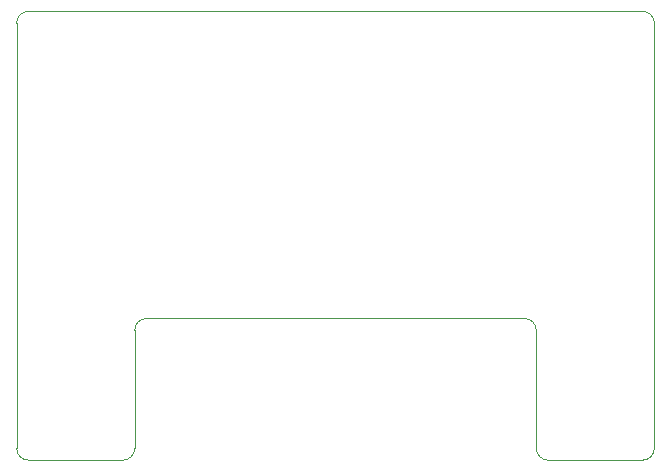
<source format=gbr>
%TF.GenerationSoftware,KiCad,Pcbnew,8.0.0*%
%TF.CreationDate,2024-03-04T20:39:57-05:00*%
%TF.ProjectId,USB C breadboard power supply,55534220-4320-4627-9265-6164626f6172,0.1*%
%TF.SameCoordinates,Original*%
%TF.FileFunction,Profile,NP*%
%FSLAX46Y46*%
G04 Gerber Fmt 4.6, Leading zero omitted, Abs format (unit mm)*
G04 Created by KiCad (PCBNEW 8.0.0) date 2024-03-04 20:39:57*
%MOMM*%
%LPD*%
G01*
G04 APERTURE LIST*
%TA.AperFunction,Profile*%
%ADD10C,0.100000*%
%TD*%
G04 APERTURE END LIST*
D10*
X110000000Y-127000000D02*
G75*
G02*
X111000000Y-126000000I1000000J0D01*
G01*
X143000000Y-126000000D02*
X111000000Y-126000000D01*
X110000000Y-137000000D02*
G75*
G02*
X109000000Y-138000000I-1000000J0D01*
G01*
X101000000Y-138000000D02*
G75*
G02*
X100000000Y-137000000I0J1000000D01*
G01*
X144000000Y-137000000D02*
X144000000Y-127000000D01*
X100000000Y-137000000D02*
X100000000Y-101000000D01*
X143000000Y-126000000D02*
G75*
G02*
X144000000Y-127000000I0J-1000000D01*
G01*
X154000000Y-101000000D02*
X154000000Y-137000000D01*
X145000000Y-138000000D02*
G75*
G02*
X144000000Y-137000000I0J1000000D01*
G01*
X100000000Y-101000000D02*
G75*
G02*
X101000000Y-100000000I1000000J0D01*
G01*
X153000000Y-100000000D02*
G75*
G02*
X154000000Y-101000000I0J-1000000D01*
G01*
X101000000Y-100000000D02*
X153000000Y-100000000D01*
X154000000Y-137000000D02*
G75*
G02*
X153000000Y-138000000I-1000000J0D01*
G01*
X153000000Y-138000000D02*
X145000000Y-138000000D01*
X109000000Y-138000000D02*
X101000000Y-138000000D01*
X110000000Y-127000000D02*
X110000000Y-137000000D01*
M02*

</source>
